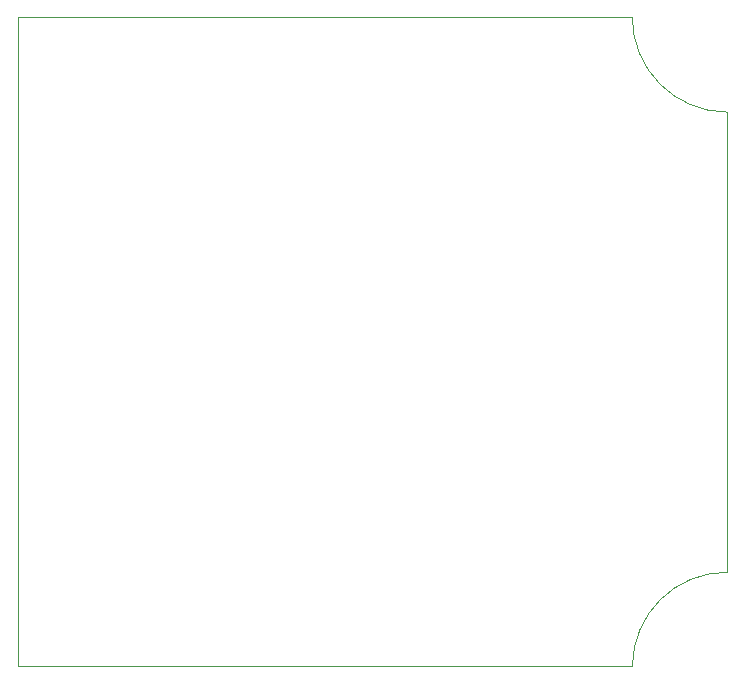
<source format=gbr>
%TF.GenerationSoftware,KiCad,Pcbnew,(5.1.6)-1*%
%TF.CreationDate,2020-08-29T18:26:14+02:00*%
%TF.ProjectId,ypvs,79707673-2e6b-4696-9361-645f70636258,rev?*%
%TF.SameCoordinates,Original*%
%TF.FileFunction,Profile,NP*%
%FSLAX46Y46*%
G04 Gerber Fmt 4.6, Leading zero omitted, Abs format (unit mm)*
G04 Created by KiCad (PCBNEW (5.1.6)-1) date 2020-08-29 18:26:14*
%MOMM*%
%LPD*%
G01*
G04 APERTURE LIST*
%TA.AperFunction,Profile*%
%ADD10C,0.050000*%
%TD*%
G04 APERTURE END LIST*
D10*
X76200000Y-80050000D02*
X76200000Y-119000000D01*
X68200027Y-126979128D02*
G75*
G02*
X76200000Y-119000000I7999973J-20872D01*
G01*
X76200012Y-80048045D02*
G75*
G02*
X68186200Y-71974600I50788J8064445D01*
G01*
X68200000Y-126979096D02*
X16186200Y-126974600D01*
X16186200Y-71974600D02*
X68186200Y-71974600D01*
X16186200Y-126974600D02*
X16186200Y-71974600D01*
M02*

</source>
